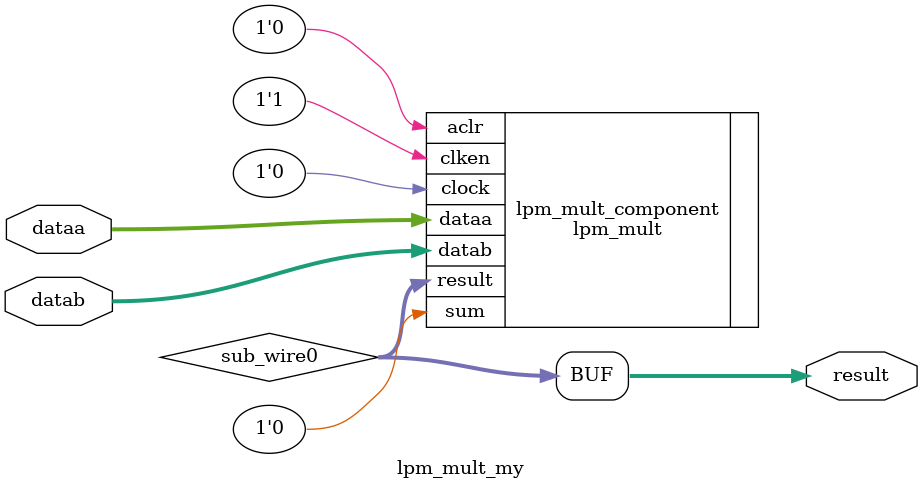
<source format=v>


//top module
module Lab03_0811127 (  input [3:0] KEY, // press >> 0
                        input [9:0] SW,
                        output [9:9] LEDR,
                        output [6:0] HEX0 , HEX1 , HEX2 , HEX3 );
reg [7:0] A , B , C , D ;
reg [15:0] sum ;
wire [15:0] _sum ;
reg overflow ;
wire _overflow ;
reg [3:0] _hex0 , _hex1 , _hex2 , _hex3 ;
// wire [15:0] sum_ab , sum_cd ;
wire [15:0] A_mult_B , C_mult_D ;

// algorithm
lpm_mult_my AmultB (  .dataa(A),
                        .datab(B),
                        .result(A_mult_B) );

lpm_mult_my CmultD (  .dataa(C),
                        .datab(D),
                        .result(C_mult_D) );

lpm_add16_my add16 (   .dataa(A_mult_B),
                    .datab(C_mult_D),
                    .overflow(_overflow),
                    .result(_sum));

// display part
assign LEDR[9] = _overflow ;

always @(*) begin
    if (KEY[3]) begin           //ABCD
        if (SW[8]) begin        //CD
            _hex0 = D[3:0] ;
            _hex1 = D[7:4] ;
            _hex2 = C[3:0] ;
            _hex3 = C[7:4] ;
        end
        else begin              //AB
            _hex0 = B[3:0] ;
            _hex1 = B[7:4] ;
            _hex2 = A[3:0] ;
            _hex3 = A[7:4] ;
        end
    end
    else begin                  //S
            _hex0 = _sum[3:0] ;
            _hex1 = _sum[7:4] ;
            _hex2 = _sum[11:8] ;
            _hex3 = _sum[15:12] ;
    end
end

ssd ssd_0(.Din(_hex0),.Dout(HEX0));
ssd ssd_1(.Din(_hex1),.Dout(HEX1));
ssd ssd_2(.Din(_hex2),.Dout(HEX2));
ssd ssd_3(.Din(_hex3),.Dout(HEX3));

//set part and algorithm
always @(negedge KEY[1] or negedge KEY[0]) begin
    if (!KEY[0]) begin:reset
        A <= 8'b0000_0000 ;
        B <= 8'b0000_0000 ;
        C <= 8'b0000_0000 ;
        D <= 8'b0000_0000 ;
        sum <= 16'b0000_0000_0000_0000 ;
        overflow <= 1'b0 ;
    end
    else begin:set_and_algorithm
        //algorithm part
		// sum <= _sum ;
        // overflow <= _overflow ;
        //set part
        if (SW[9]) begin:write_enable
            if (!SW [8]) begin       // AB
                if (KEY[2]) begin   //A
                    A <= SW[7:0];
                end
                else begin          //B
                    B <= SW[7:0];
                end
            end
            else begin              //CD
                if (KEY[2]) begin   //C
                    C <= SW[7:0];   
                end
                else begin          //D
                    D <= SW[7:0];
                end
            end
        end
    end
end

endmodule




// sub module
//seven segment display
module ssd (	input [3:0] Din,
				output [6:0] Dout ); 
assign Dout[0] =	((!Din[3])&(!Din[2])&(!Din[1])&( Din[0]))|
					((!Din[3])&( Din[2])&(!Din[1])&(!Din[0]))|
					(( Din[3])&( Din[2])&(!Din[1])&( Din[0]))|
					(( Din[3])&(!Din[2])&( Din[1])&( Din[0]));
						
assign Dout[1] =	((!Din[3])&( Din[2])&(!Din[1])&( Din[0]))|
					(          ( Din[2])&( Din[1])&(!Din[0]))|
					(( Din[3])&          ( Din[1])&( Din[0]))|
					(( Din[3])&( Din[2])&          (!Din[0]));
						
assign Dout[2] =	((!Din[3])&(!Din[2])&( Din[1])&(!Din[0]))|
					(( Din[3])&( Din[2])&( Din[1])          )|
					(( Din[3])&( Din[2])&          (!Din[0]));
						                                          
						
assign Dout[3] =	((!Din[3])&(!Din[2])&(!Din[1])&( Din[0]))|
					((!Din[3])&( Din[2])&(!Din[1])&(!Din[0]))|
					(( Din[3])&(!Din[2])&( Din[1])&(!Din[0]))|
					(          ( Din[2])&( Din[1])&( Din[0]));
						
assign Dout[4] =	((!Din[3])&                   &( Din[0]))|
					(          (!Din[2])&(!Din[1])&( Din[0]))|
					((!Din[3])&( Din[2])&(!Din[1])          );
						
						
assign Dout[5] =	(( Din[3])&( Din[2])&(!Din[1])&( Din[0]))|
					((!Din[3])&(!Din[2])&          ( Din[0]))|
					((!Din[3])&(!Din[2])&( Din[1])          )|
					((!Din[3])&          ( Din[1])&( Din[0]));
						
assign Dout[6] =	((!Din[3])&( Din[2])&( Din[1])&( Din[0]))|
					(( Din[3])&( Din[2])&(!Din[1])&(!Din[0]))|
					((!Din[3])&(!Din[2])&(!Din[1])          );
						
endmodule

// sub modules from LPM
module lpm_add16_my (
	dataa,
	datab,
	overflow,
	result);

	input	[15:0]  dataa;
	input	[15:0]  datab;
	output	  overflow;
	output	[15:0]  result;

	wire  sub_wire0;
	wire [15:0] sub_wire1;
	wire  overflow = sub_wire0;
	wire [15:0] result = sub_wire1[15:0];

	lpm_add_sub	LPM_ADD_SUB_component (
				.dataa (dataa),
				.datab (datab),
				.overflow (sub_wire0),
				.result (sub_wire1)
				// synopsys translate_off
				,
				.aclr (),
				.add_sub (),
				.cin (),
				.clken (),
				.clock (),
				.cout ()
				// synopsys translate_on
				);
	defparam
		LPM_ADD_SUB_component.lpm_direction = "ADD",
		LPM_ADD_SUB_component.lpm_hint = "ONE_INPUT_IS_CONSTANT=NO,CIN_USED=NO",
		LPM_ADD_SUB_component.lpm_representation = "UNSIGNED",
		LPM_ADD_SUB_component.lpm_type = "LPM_ADD_SUB",
		LPM_ADD_SUB_component.lpm_width = 16;


endmodule

module lpm_mult_my (
	dataa,
	datab,
	result);

	input	[7:0]  dataa;
	input	[7:0]  datab;
	output	[15:0]  result;

	wire [15:0] sub_wire0;
	wire [15:0] result = sub_wire0[15:0];

	lpm_mult	lpm_mult_component (
				.dataa (dataa),
				.datab (datab),
				.result (sub_wire0),
				.aclr (1'b0),
				.clken (1'b1),
				.clock (1'b0),
				.sum (1'b0));
	defparam
		lpm_mult_component.lpm_hint = "MAXIMIZE_SPEED=9",
		lpm_mult_component.lpm_representation = "UNSIGNED",
		lpm_mult_component.lpm_type = "LPM_MULT",
		lpm_mult_component.lpm_widtha = 8,
		lpm_mult_component.lpm_widthb = 8,
		lpm_mult_component.lpm_widthp = 16;


endmodule

</source>
